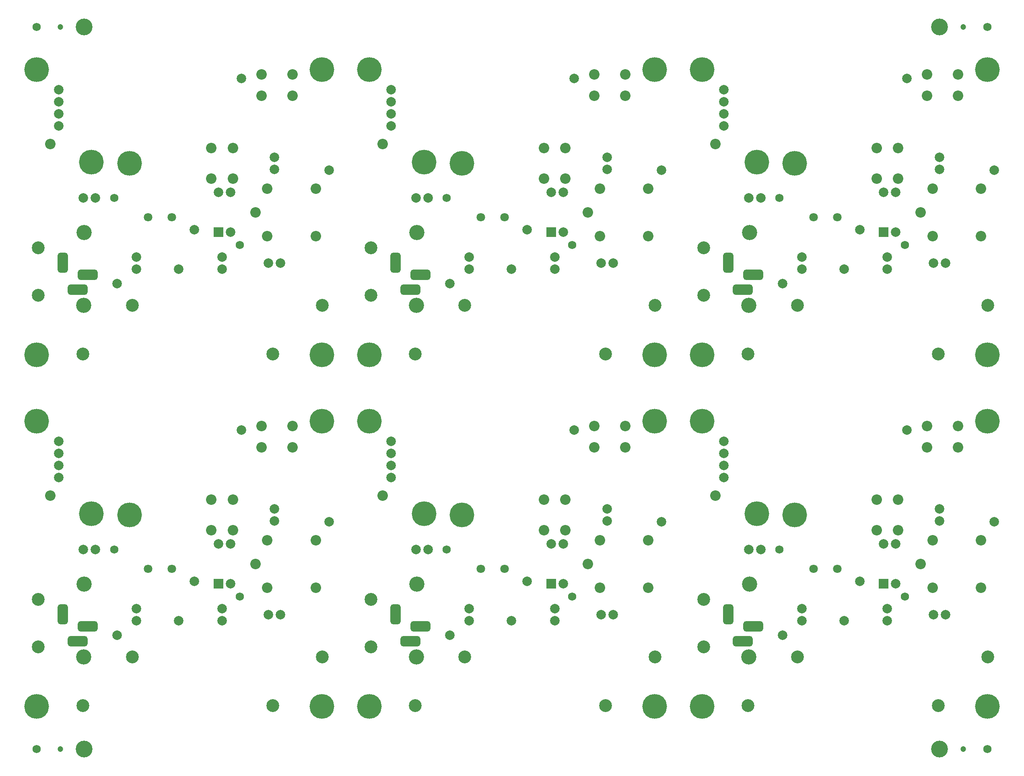
<source format=gts>
G04 Layer_Color=8388736*
%FSLAX25Y25*%
%MOIN*%
G70*
G01*
G75*
%ADD42C,0.20485*%
%ADD43C,0.04737*%
%ADD44C,0.13874*%
%ADD45C,0.06800*%
%ADD46C,0.07887*%
%ADD47C,0.08674*%
G04:AMPARAMS|DCode=48|XSize=165.48mil|YSize=86.74mil|CornerRadius=23.68mil|HoleSize=0mil|Usage=FLASHONLY|Rotation=90.000|XOffset=0mil|YOffset=0mil|HoleType=Round|Shape=RoundedRectangle|*
%AMROUNDEDRECTD48*
21,1,0.16548,0.03937,0,0,90.0*
21,1,0.11811,0.08674,0,0,90.0*
1,1,0.04737,0.01968,0.05905*
1,1,0.04737,0.01968,-0.05905*
1,1,0.04737,-0.01968,-0.05905*
1,1,0.04737,-0.01968,0.05905*
%
%ADD48ROUNDEDRECTD48*%
G04:AMPARAMS|DCode=49|XSize=165.48mil|YSize=86.74mil|CornerRadius=23.68mil|HoleSize=0mil|Usage=FLASHONLY|Rotation=0.000|XOffset=0mil|YOffset=0mil|HoleType=Round|Shape=RoundedRectangle|*
%AMROUNDEDRECTD49*
21,1,0.16548,0.03937,0,0,0.0*
21,1,0.11811,0.08674,0,0,0.0*
1,1,0.04737,0.05905,-0.01968*
1,1,0.04737,-0.05905,-0.01968*
1,1,0.04737,-0.05905,0.01968*
1,1,0.04737,0.05905,0.01968*
%
%ADD49ROUNDEDRECTD49*%
%ADD50C,0.12611*%
%ADD51R,0.07887X0.07887*%
%ADD52C,0.10642*%
%ADD53C,0.07099*%
D42*
X340551Y557299D02*
D03*
X372047Y556299D02*
D03*
X616142Y557299D02*
D03*
X647638Y556299D02*
D03*
X891732Y557299D02*
D03*
X923228Y556299D02*
D03*
X340551Y848638D02*
D03*
X372047Y847638D02*
D03*
X616142Y848638D02*
D03*
X647638Y847638D02*
D03*
X891732Y848638D02*
D03*
X923228Y847638D02*
D03*
X295276Y397638D02*
D03*
X531496D02*
D03*
Y633858D02*
D03*
X295276D02*
D03*
X570866Y397638D02*
D03*
X807087D02*
D03*
Y633858D02*
D03*
X570866D02*
D03*
X846457Y397638D02*
D03*
X1082677D02*
D03*
Y633858D02*
D03*
X846457D02*
D03*
X295276Y688976D02*
D03*
X531496D02*
D03*
Y925197D02*
D03*
X295276D02*
D03*
X570866Y688976D02*
D03*
X807087D02*
D03*
Y925197D02*
D03*
X570866D02*
D03*
X846457Y688976D02*
D03*
X1082677D02*
D03*
Y925197D02*
D03*
X846457D02*
D03*
D43*
X314961Y960630D02*
D03*
X1062992D02*
D03*
X314961Y362205D02*
D03*
X1062992D02*
D03*
D44*
X334646Y960630D02*
D03*
X1043307D02*
D03*
X334646Y362205D02*
D03*
X1043307D02*
D03*
D45*
X295276Y960630D02*
D03*
X1082677D02*
D03*
X295276Y362205D02*
D03*
X1082677D02*
D03*
X329146Y451532D02*
D03*
X330709D02*
D03*
X332677D02*
D03*
X326772D02*
D03*
X324803D02*
D03*
X333303Y464032D02*
D03*
X335272D02*
D03*
X341177D02*
D03*
X339209D02*
D03*
X337646D02*
D03*
X316929Y469689D02*
D03*
Y471658D02*
D03*
Y477563D02*
D03*
Y475595D02*
D03*
Y474031D02*
D03*
X463386Y488748D02*
D03*
X359386Y527748D02*
D03*
X604736Y451532D02*
D03*
X606299D02*
D03*
X608268D02*
D03*
X602362D02*
D03*
X600394D02*
D03*
X608894Y464032D02*
D03*
X610862D02*
D03*
X616768D02*
D03*
X614799D02*
D03*
X613236D02*
D03*
X592520Y469689D02*
D03*
Y471658D02*
D03*
Y477563D02*
D03*
Y475595D02*
D03*
Y474031D02*
D03*
X738976Y488748D02*
D03*
X634976Y527748D02*
D03*
X880327Y451532D02*
D03*
X881890D02*
D03*
X883858D02*
D03*
X877953D02*
D03*
X875984D02*
D03*
X884484Y464032D02*
D03*
X886453D02*
D03*
X892358D02*
D03*
X890390D02*
D03*
X888827D02*
D03*
X868110Y469689D02*
D03*
Y471658D02*
D03*
Y477563D02*
D03*
Y475595D02*
D03*
Y474031D02*
D03*
X1014567Y488748D02*
D03*
X910567Y527748D02*
D03*
X329146Y742870D02*
D03*
X330709D02*
D03*
X332677D02*
D03*
X326772D02*
D03*
X324803D02*
D03*
X333303Y755370D02*
D03*
X335272D02*
D03*
X341177D02*
D03*
X339209D02*
D03*
X337646D02*
D03*
X316929Y761028D02*
D03*
Y762996D02*
D03*
Y768902D02*
D03*
Y766933D02*
D03*
Y765370D02*
D03*
X463386Y780087D02*
D03*
X359386Y819087D02*
D03*
X604736Y742870D02*
D03*
X606299D02*
D03*
X608268D02*
D03*
X602362D02*
D03*
X600394D02*
D03*
X608894Y755370D02*
D03*
X610862D02*
D03*
X616768D02*
D03*
X614799D02*
D03*
X613236D02*
D03*
X592520Y761028D02*
D03*
Y762996D02*
D03*
Y768902D02*
D03*
Y766933D02*
D03*
Y765370D02*
D03*
X738976Y780087D02*
D03*
X634976Y819087D02*
D03*
X880327Y742870D02*
D03*
X881890D02*
D03*
X883858D02*
D03*
X877953D02*
D03*
X875984D02*
D03*
X884484Y755370D02*
D03*
X886453D02*
D03*
X892358D02*
D03*
X890390D02*
D03*
X888827D02*
D03*
X868110Y761028D02*
D03*
Y762996D02*
D03*
Y768902D02*
D03*
Y766933D02*
D03*
Y765370D02*
D03*
X1014567Y780087D02*
D03*
X910567Y819087D02*
D03*
D46*
X377953Y478622D02*
D03*
Y468622D02*
D03*
X487126Y473622D02*
D03*
X497126D02*
D03*
X448819Y468622D02*
D03*
Y478622D02*
D03*
X492126Y551299D02*
D03*
Y561299D02*
D03*
X455787Y499248D02*
D03*
X445787Y532248D02*
D03*
X455787D02*
D03*
X313386Y607248D02*
D03*
Y587248D02*
D03*
Y597248D02*
D03*
Y617248D02*
D03*
X333886Y527748D02*
D03*
X343886D02*
D03*
X361886Y456748D02*
D03*
X537386Y550748D02*
D03*
X464886Y626748D02*
D03*
X425886Y501248D02*
D03*
X412886Y468748D02*
D03*
X653543Y478622D02*
D03*
Y468622D02*
D03*
X762716Y473622D02*
D03*
X772717D02*
D03*
X724409Y468622D02*
D03*
Y478622D02*
D03*
X767717Y551299D02*
D03*
Y561299D02*
D03*
X731378Y499248D02*
D03*
X721378Y532248D02*
D03*
X731378D02*
D03*
X588976Y607248D02*
D03*
Y587248D02*
D03*
Y597248D02*
D03*
Y617248D02*
D03*
X609476Y527748D02*
D03*
X619476D02*
D03*
X637476Y456748D02*
D03*
X812976Y550748D02*
D03*
X740476Y626748D02*
D03*
X701476Y501248D02*
D03*
X688476Y468748D02*
D03*
X929134Y478622D02*
D03*
Y468622D02*
D03*
X1038307Y473622D02*
D03*
X1048307D02*
D03*
X1000000Y468622D02*
D03*
Y478622D02*
D03*
X1043307Y551299D02*
D03*
Y561299D02*
D03*
X1006968Y499248D02*
D03*
X996968Y532248D02*
D03*
X1006968D02*
D03*
X864567Y607248D02*
D03*
Y587248D02*
D03*
Y597248D02*
D03*
Y617248D02*
D03*
X885067Y527748D02*
D03*
X895067D02*
D03*
X913067Y456748D02*
D03*
X1088567Y550748D02*
D03*
X1016067Y626748D02*
D03*
X977067Y501248D02*
D03*
X964067Y468748D02*
D03*
X377953Y769961D02*
D03*
Y759961D02*
D03*
X487126Y764961D02*
D03*
X497126D02*
D03*
X448819Y759961D02*
D03*
Y769961D02*
D03*
X492126Y842638D02*
D03*
Y852638D02*
D03*
X455787Y790587D02*
D03*
X445787Y823587D02*
D03*
X455787D02*
D03*
X313386Y898587D02*
D03*
Y878587D02*
D03*
Y888587D02*
D03*
Y908587D02*
D03*
X333886Y819087D02*
D03*
X343886D02*
D03*
X361886Y748087D02*
D03*
X537386Y842087D02*
D03*
X464886Y918087D02*
D03*
X425886Y792587D02*
D03*
X412886Y760087D02*
D03*
X653543Y769961D02*
D03*
Y759961D02*
D03*
X762716Y764961D02*
D03*
X772717D02*
D03*
X724409Y759961D02*
D03*
Y769961D02*
D03*
X767717Y842638D02*
D03*
Y852638D02*
D03*
X731378Y790587D02*
D03*
X721378Y823587D02*
D03*
X731378D02*
D03*
X588976Y898587D02*
D03*
Y878587D02*
D03*
Y888587D02*
D03*
Y908587D02*
D03*
X609476Y819087D02*
D03*
X619476D02*
D03*
X637476Y748087D02*
D03*
X812976Y842087D02*
D03*
X740476Y918087D02*
D03*
X701476Y792587D02*
D03*
X688476Y760087D02*
D03*
X929134Y769961D02*
D03*
Y759961D02*
D03*
X1038307Y764961D02*
D03*
X1048307D02*
D03*
X1000000Y759961D02*
D03*
Y769961D02*
D03*
X1043307Y842638D02*
D03*
Y852638D02*
D03*
X1006968Y790587D02*
D03*
X996968Y823587D02*
D03*
X1006968D02*
D03*
X864567Y898587D02*
D03*
Y878587D02*
D03*
Y888587D02*
D03*
Y908587D02*
D03*
X885067Y819087D02*
D03*
X895067D02*
D03*
X913067Y748087D02*
D03*
X1088567Y842087D02*
D03*
X1016067Y918087D02*
D03*
X977067Y792587D02*
D03*
X964067Y760087D02*
D03*
D47*
X457677Y569095D02*
D03*
Y543504D02*
D03*
X439961Y569095D02*
D03*
Y543504D02*
D03*
X476378Y515748D02*
D03*
X486221Y535433D02*
D03*
Y496063D02*
D03*
X526378Y535433D02*
D03*
Y496063D02*
D03*
X481591Y630106D02*
D03*
X507181D02*
D03*
X481591Y612390D02*
D03*
X507181D02*
D03*
X306386Y572248D02*
D03*
X733268Y569095D02*
D03*
Y543504D02*
D03*
X715551Y569095D02*
D03*
Y543504D02*
D03*
X751968Y515748D02*
D03*
X761811Y535433D02*
D03*
Y496063D02*
D03*
X801968Y535433D02*
D03*
Y496063D02*
D03*
X757181Y630106D02*
D03*
X782772D02*
D03*
X757181Y612390D02*
D03*
X782772D02*
D03*
X581976Y572248D02*
D03*
X1008858Y569095D02*
D03*
Y543504D02*
D03*
X991142Y569095D02*
D03*
Y543504D02*
D03*
X1027559Y515748D02*
D03*
X1037402Y535433D02*
D03*
Y496063D02*
D03*
X1077559Y535433D02*
D03*
Y496063D02*
D03*
X1032772Y630106D02*
D03*
X1058362D02*
D03*
X1032772Y612390D02*
D03*
X1058362D02*
D03*
X857567Y572248D02*
D03*
X457677Y860433D02*
D03*
Y834842D02*
D03*
X439961Y860433D02*
D03*
Y834842D02*
D03*
X476378Y807087D02*
D03*
X486221Y826772D02*
D03*
Y787402D02*
D03*
X526378Y826772D02*
D03*
Y787402D02*
D03*
X481591Y921445D02*
D03*
X507181D02*
D03*
X481591Y903728D02*
D03*
X507181D02*
D03*
X306386Y863587D02*
D03*
X733268Y860433D02*
D03*
Y834842D02*
D03*
X715551Y860433D02*
D03*
Y834842D02*
D03*
X751968Y807087D02*
D03*
X761811Y826772D02*
D03*
Y787402D02*
D03*
X801968Y826772D02*
D03*
Y787402D02*
D03*
X757181Y921445D02*
D03*
X782772D02*
D03*
X757181Y903728D02*
D03*
X782772D02*
D03*
X581976Y863587D02*
D03*
X1008858Y860433D02*
D03*
Y834842D02*
D03*
X991142Y860433D02*
D03*
Y834842D02*
D03*
X1027559Y807087D02*
D03*
X1037402Y826772D02*
D03*
Y787402D02*
D03*
X1077559Y826772D02*
D03*
Y787402D02*
D03*
X1032772Y921445D02*
D03*
X1058362D02*
D03*
X1032772Y903728D02*
D03*
X1058362D02*
D03*
X857567Y863587D02*
D03*
D48*
X316929Y474031D02*
D03*
X592520D02*
D03*
X868110D02*
D03*
X316929Y765370D02*
D03*
X592520D02*
D03*
X868110D02*
D03*
D49*
X337646Y464032D02*
D03*
X329146Y451532D02*
D03*
X613236Y464032D02*
D03*
X604736Y451532D02*
D03*
X888827Y464032D02*
D03*
X880327Y451532D02*
D03*
X337646Y755370D02*
D03*
X329146Y742870D02*
D03*
X613236Y755370D02*
D03*
X604736Y742870D02*
D03*
X888827Y755370D02*
D03*
X880327Y742870D02*
D03*
D50*
X334646Y499031D02*
D03*
X334146Y438531D02*
D03*
X610236Y499031D02*
D03*
X609736Y438531D02*
D03*
X885827Y499031D02*
D03*
X885327Y438531D02*
D03*
X334646Y790370D02*
D03*
X334146Y729870D02*
D03*
X610236Y790370D02*
D03*
X609736Y729870D02*
D03*
X885827Y790370D02*
D03*
X885327Y729870D02*
D03*
D51*
X445787Y499248D02*
D03*
X721378D02*
D03*
X996968D02*
D03*
X445787Y790587D02*
D03*
X721378D02*
D03*
X996968D02*
D03*
D52*
X296577Y486433D02*
D03*
Y447063D02*
D03*
X490886Y398248D02*
D03*
X333405D02*
D03*
X531866Y438748D02*
D03*
X374386D02*
D03*
X572168Y486433D02*
D03*
Y447063D02*
D03*
X766476Y398248D02*
D03*
X608996D02*
D03*
X807457Y438748D02*
D03*
X649976D02*
D03*
X847758Y486433D02*
D03*
Y447063D02*
D03*
X1042067Y398248D02*
D03*
X884587D02*
D03*
X1083047Y438748D02*
D03*
X925567D02*
D03*
X296577Y777772D02*
D03*
Y738402D02*
D03*
X490886Y689587D02*
D03*
X333405D02*
D03*
X531866Y730087D02*
D03*
X374386D02*
D03*
X572168Y777772D02*
D03*
Y738402D02*
D03*
X766476Y689587D02*
D03*
X608996D02*
D03*
X807457Y730087D02*
D03*
X649976D02*
D03*
X847758Y777772D02*
D03*
Y738402D02*
D03*
X1042067Y689587D02*
D03*
X884587D02*
D03*
X1083047Y730087D02*
D03*
X925567D02*
D03*
D53*
X387543Y511748D02*
D03*
X407228D02*
D03*
X663134D02*
D03*
X682819D02*
D03*
X938724D02*
D03*
X958409D02*
D03*
X387543Y803087D02*
D03*
X407228D02*
D03*
X663134D02*
D03*
X682819D02*
D03*
X938724D02*
D03*
X958409D02*
D03*
M02*

</source>
